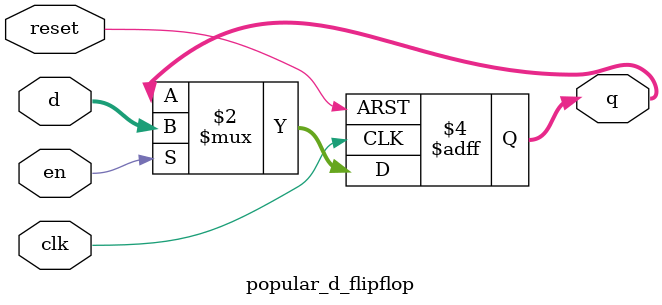
<source format=v>
module popular_d_flipflop (
    clk, reset, en, d,
    q
);

input       clk;
input       reset;
input       en;
input       [3:0]d;
output reg  [3:0]q;

// Asynchronous reset and enable
always @(posedge clk or posedge reset) begin
    if(reset) begin
        q <= 4'b0;
    end
    else begin
        if(en) q <= d;
    end
end

endmodule
</source>
